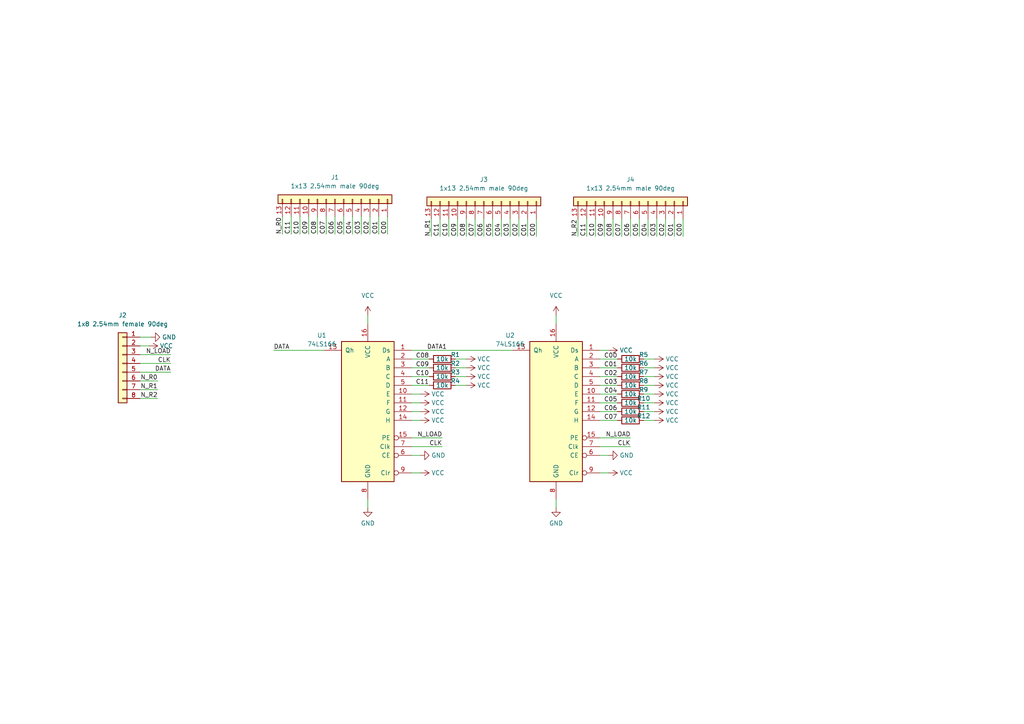
<source format=kicad_sch>
(kicad_sch (version 20211123) (generator eeschema)
  (paper "A4")
  (lib_symbols
    (symbol "74xx:74LS166" (pin_names (offset 1.016))
      (property "Reference" "U" (at -7.62 21.59 0))
      (property "Value" "74LS166" (at -7.62 -21.59 0))
      (symbol "74LS166_1_0"
        (pin input line (at -12.7 17.78 0) (length 5.08) (name "Ds") (number "1"))
        (pin input line (at -12.7 5.08 0) (length 5.08) (name "E") (number "10"))
        (pin input line (at -12.7 2.54 0) (length 5.08) (name "F") (number "11"))
        (pin input line (at -12.7 0 0) (length 5.08) (name "G") (number "12"))
        (pin output line (at 12.7 17.78 180) (length 5.08) (name "Qh") (number "13"))
        (pin input line (at -12.7 -2.54 0) (length 5.08) (name "H") (number "14"))
        (pin input inverted (at -12.7 -7.62 0) (length 5.08) (name "PE") (number "15"))
        (pin power_in line (at 0 25.4 270) (length 5.08) (name "VCC") (number "16"))
        (pin input line (at -12.7 15.24 0) (length 5.08) (name "A") (number "2"))
        (pin input line (at -12.7 12.7 0) (length 5.08) (name "B") (number "3"))
        (pin input line (at -12.7 10.16 0) (length 5.08) (name "C") (number "4"))
        (pin input line (at -12.7 7.62 0) (length 5.08) (name "D") (number "5"))
        (pin input inverted (at -12.7 -12.7 0) (length 5.08) (name "CE") (number "6"))
        (pin input line (at -12.7 -10.16 0) (length 5.08) (name "Clk") (number "7"))
        (pin power_in line (at 0 -25.4 90) (length 5.08) (name "GND") (number "8"))
        (pin input inverted (at -12.7 -17.78 0) (length 5.08) (name "Clr") (number "9"))
      )
      (symbol "74LS166_1_1"
        (rectangle (start -7.62 20.32) (end 7.62 -20.32) (stroke (width 0.254)) (fill (type background)))
      )
    )
    (symbol "Connector_Generic:Conn_01x08" (pin_names (offset 1.016) hide)
      (property "Reference" "J" (at 0 10.16 0))
      (property "Value" "Conn_01x08" (at 0 -12.7 0))
      (symbol "Conn_01x08_1_1"
        (rectangle (start -1.27 -10.033) (end 0 -10.287) (stroke (width 0.1524)))
        (rectangle (start -1.27 -7.493) (end 0 -7.747) (stroke (width 0.1524)))
        (rectangle (start -1.27 -4.953) (end 0 -5.207) (stroke (width 0.1524)))
        (rectangle (start -1.27 -2.413) (end 0 -2.667) (stroke (width 0.1524)))
        (rectangle (start -1.27 0.127) (end 0 -0.127) (stroke (width 0.1524)))
        (rectangle (start -1.27 2.667) (end 0 2.413) (stroke (width 0.1524)))
        (rectangle (start -1.27 5.207) (end 0 4.953) (stroke (width 0.1524)))
        (rectangle (start -1.27 7.747) (end 0 7.493) (stroke (width 0.1524)))
        (rectangle (start -1.27 8.89) (end 1.27 -11.43) (stroke (width 0.254)) (fill (type background)))
        (pin passive line (at -5.08 7.62 0) (length 3.81) (name "Pin_1") (number "1"))
        (pin passive line (at -5.08 5.08 0) (length 3.81) (name "Pin_2") (number "2"))
        (pin passive line (at -5.08 2.54 0) (length 3.81) (name "Pin_3") (number "3"))
        (pin passive line (at -5.08 0 0) (length 3.81) (name "Pin_4") (number "4"))
        (pin passive line (at -5.08 -2.54 0) (length 3.81) (name "Pin_5") (number "5"))
        (pin passive line (at -5.08 -5.08 0) (length 3.81) (name "Pin_6") (number "6"))
        (pin passive line (at -5.08 -7.62 0) (length 3.81) (name "Pin_7") (number "7"))
        (pin passive line (at -5.08 -10.16 0) (length 3.81) (name "Pin_8") (number "8"))
      )
    )
    (symbol "Connector_Generic:Conn_01x13" (pin_names (offset 1.016) hide)
      (property "Reference" "J" (at 0 17.78 0))
      (property "Value" "Conn_01x13" (at 0 -17.78 0))
      (symbol "Conn_01x13_1_1"
        (rectangle (start -1.27 -15.113) (end 0 -15.367) (stroke (width 0.1524)))
        (rectangle (start -1.27 -12.573) (end 0 -12.827) (stroke (width 0.1524)))
        (rectangle (start -1.27 -10.033) (end 0 -10.287) (stroke (width 0.1524)))
        (rectangle (start -1.27 -7.493) (end 0 -7.747) (stroke (width 0.1524)))
        (rectangle (start -1.27 -4.953) (end 0 -5.207) (stroke (width 0.1524)))
        (rectangle (start -1.27 -2.413) (end 0 -2.667) (stroke (width 0.1524)))
        (rectangle (start -1.27 0.127) (end 0 -0.127) (stroke (width 0.1524)))
        (rectangle (start -1.27 2.667) (end 0 2.413) (stroke (width 0.1524)))
        (rectangle (start -1.27 5.207) (end 0 4.953) (stroke (width 0.1524)))
        (rectangle (start -1.27 7.747) (end 0 7.493) (stroke (width 0.1524)))
        (rectangle (start -1.27 10.287) (end 0 10.033) (stroke (width 0.1524)))
        (rectangle (start -1.27 12.827) (end 0 12.573) (stroke (width 0.1524)))
        (rectangle (start -1.27 15.367) (end 0 15.113) (stroke (width 0.1524)))
        (rectangle (start -1.27 16.51) (end 1.27 -16.51) (stroke (width 0.254)) (fill (type background)))
        (pin passive line (at -5.08 15.24 0) (length 3.81) (name "Pin_1") (number "1"))
        (pin passive line (at -5.08 -7.62 0) (length 3.81) (name "Pin_10") (number "10"))
        (pin passive line (at -5.08 -10.16 0) (length 3.81) (name "Pin_11") (number "11"))
        (pin passive line (at -5.08 -12.7 0) (length 3.81) (name "Pin_12") (number "12"))
        (pin passive line (at -5.08 -15.24 0) (length 3.81) (name "Pin_13") (number "13"))
        (pin passive line (at -5.08 12.7 0) (length 3.81) (name "Pin_2") (number "2"))
        (pin passive line (at -5.08 10.16 0) (length 3.81) (name "Pin_3") (number "3"))
        (pin passive line (at -5.08 7.62 0) (length 3.81) (name "Pin_4") (number "4"))
        (pin passive line (at -5.08 5.08 0) (length 3.81) (name "Pin_5") (number "5"))
        (pin passive line (at -5.08 2.54 0) (length 3.81) (name "Pin_6") (number "6"))
        (pin passive line (at -5.08 0 0) (length 3.81) (name "Pin_7") (number "7"))
        (pin passive line (at -5.08 -2.54 0) (length 3.81) (name "Pin_8") (number "8"))
        (pin passive line (at -5.08 -5.08 0) (length 3.81) (name "Pin_9") (number "9"))
      )
    )
    (symbol "Device:R" (pin_numbers hide) (pin_names (offset 0))
      (property "Reference" "R" (at 2.032 0 90))
      (property "Value" "R" (at 0 0 90))
      (symbol "R_0_1"
        (rectangle (start -1.016 -2.54) (end 1.016 2.54) (stroke (width 0.254)))
      )
      (symbol "R_1_1"
        (pin passive line (at 0 3.81 270) (length 1.27) (name "~") (number "1"))
        (pin passive line (at 0 -3.81 90) (length 1.27) (name "~") (number "2"))
      )
    )
    (symbol "power:GND" (power) (pin_names (offset 0))
      (property "Value" "GND" (at 0 -3.81 0))
      (symbol "GND_0_1"
        (polyline (pts (xy 0 0) (xy 0 -1.27) (xy 1.27 -1.27) (xy 0 -2.54) (xy -1.27 -1.27) (xy 0 -1.27)))
      )
      (symbol "GND_1_1"
        (pin power_in line (at 0 0 270) (length 0) hide (name "GND") (number "1"))
      )
    )
    (symbol "power:VCC" (power) (pin_names (offset 0))
      (property "Value" "VCC" (at 0 3.81 0))
      (symbol "VCC_0_1"
        (polyline (pts (xy -0.762 1.27) (xy 0 2.54)))
        (polyline (pts (xy 0 0) (xy 0 2.54)))
        (polyline (pts (xy 0 2.54) (xy 0.762 1.27)))
      )
      (symbol "VCC_1_1"
        (pin power_in line (at 0 0 90) (length 0) hide (name "VCC") (number "1"))
      )
    )
  )
  (wire (pts (xy 109.855 62.865) (xy 109.855 67.945)))
  (wire (pts (xy 182.88 129.54) (xy 173.99 129.54)))
  (wire (pts (xy 121.92 116.84) (xy 119.38 116.84)))
  (wire (pts (xy 40.64 97.79) (xy 43.815 97.79)))
  (wire (pts (xy 161.29 144.78) (xy 161.29 147.32)))
  (wire (pts (xy 132.08 104.14) (xy 135.255 104.14)))
  (wire (pts (xy 132.08 106.68) (xy 135.255 106.68)))
  (wire (pts (xy 94.615 62.865) (xy 94.615 67.945)))
  (wire (pts (xy 180.34 63.5) (xy 180.34 68.58)))
  (wire (pts (xy 198.12 63.5) (xy 198.12 68.58)))
  (wire (pts (xy 190.5 63.5) (xy 190.5 68.58)))
  (wire (pts (xy 170.18 63.5) (xy 170.18 68.58)))
  (wire (pts (xy 104.775 62.865) (xy 104.775 67.945)))
  (wire (pts (xy 140.335 63.5) (xy 140.335 68.58)))
  (wire (pts (xy 121.92 119.38) (xy 119.38 119.38)))
  (wire (pts (xy 186.69 116.84) (xy 189.865 116.84)))
  (wire (pts (xy 121.92 121.92) (xy 119.38 121.92)))
  (wire (pts (xy 132.715 63.5) (xy 132.715 68.58)))
  (wire (pts (xy 89.535 62.865) (xy 89.535 67.945)))
  (wire (pts (xy 128.27 129.54) (xy 119.38 129.54)))
  (wire (pts (xy 121.92 132.08) (xy 119.38 132.08)))
  (wire (pts (xy 137.795 63.5) (xy 137.795 68.58)))
  (wire (pts (xy 186.69 119.38) (xy 189.865 119.38)))
  (wire (pts (xy 142.875 63.5) (xy 142.875 68.58)))
  (wire (pts (xy 84.455 62.865) (xy 84.455 67.945)))
  (wire (pts (xy 119.38 111.76) (xy 124.46 111.76)))
  (wire (pts (xy 106.68 144.78) (xy 106.68 147.32)))
  (wire (pts (xy 195.58 63.5) (xy 195.58 68.58)))
  (wire (pts (xy 173.99 106.68) (xy 179.07 106.68)))
  (wire (pts (xy 119.38 104.14) (xy 124.46 104.14)))
  (wire (pts (xy 173.99 119.38) (xy 179.07 119.38)))
  (wire (pts (xy 182.88 127) (xy 173.99 127)))
  (wire (pts (xy 49.53 102.87) (xy 40.64 102.87)))
  (wire (pts (xy 102.235 62.865) (xy 102.235 67.945)))
  (wire (pts (xy 153.035 63.5) (xy 153.035 68.58)))
  (wire (pts (xy 145.415 63.5) (xy 145.415 68.58)))
  (wire (pts (xy 97.155 62.865) (xy 97.155 67.945)))
  (wire (pts (xy 132.08 109.22) (xy 135.255 109.22)))
  (wire (pts (xy 99.695 62.865) (xy 99.695 67.945)))
  (wire (pts (xy 173.99 104.14) (xy 179.07 104.14)))
  (wire (pts (xy 186.69 111.76) (xy 189.865 111.76)))
  (wire (pts (xy 173.99 114.3) (xy 179.07 114.3)))
  (wire (pts (xy 186.69 109.22) (xy 189.865 109.22)))
  (wire (pts (xy 132.08 111.76) (xy 135.255 111.76)))
  (wire (pts (xy 119.38 106.68) (xy 124.46 106.68)))
  (wire (pts (xy 150.495 63.5) (xy 150.495 68.58)))
  (wire (pts (xy 119.38 101.6) (xy 148.59 101.6)))
  (wire (pts (xy 176.53 132.08) (xy 173.99 132.08)))
  (wire (pts (xy 125.095 63.5) (xy 125.095 68.58)))
  (wire (pts (xy 119.38 109.22) (xy 124.46 109.22)))
  (wire (pts (xy 161.29 91.44) (xy 161.29 93.98)))
  (wire (pts (xy 40.64 115.57) (xy 45.72 115.57)))
  (wire (pts (xy 130.175 63.5) (xy 130.175 68.58)))
  (wire (pts (xy 172.72 63.5) (xy 172.72 68.58)))
  (wire (pts (xy 186.69 106.68) (xy 189.865 106.68)))
  (wire (pts (xy 121.92 114.3) (xy 119.38 114.3)))
  (wire (pts (xy 40.64 113.03) (xy 45.72 113.03)))
  (wire (pts (xy 107.315 62.865) (xy 107.315 67.945)))
  (wire (pts (xy 182.88 63.5) (xy 182.88 68.58)))
  (wire (pts (xy 128.27 127) (xy 119.38 127)))
  (wire (pts (xy 187.96 63.5) (xy 187.96 68.58)))
  (wire (pts (xy 175.26 63.5) (xy 175.26 68.58)))
  (wire (pts (xy 121.92 137.16) (xy 119.38 137.16)))
  (wire (pts (xy 86.995 62.865) (xy 86.995 67.945)))
  (wire (pts (xy 43.18 100.33) (xy 40.64 100.33)))
  (wire (pts (xy 106.68 91.44) (xy 106.68 93.98)))
  (wire (pts (xy 49.53 105.41) (xy 40.64 105.41)))
  (wire (pts (xy 93.98 101.6) (xy 79.375 101.6)))
  (wire (pts (xy 177.8 63.5) (xy 177.8 68.58)))
  (wire (pts (xy 173.99 109.22) (xy 179.07 109.22)))
  (wire (pts (xy 173.99 121.92) (xy 179.07 121.92)))
  (wire (pts (xy 127.635 63.5) (xy 127.635 68.58)))
  (wire (pts (xy 147.955 63.5) (xy 147.955 68.58)))
  (wire (pts (xy 176.53 101.6) (xy 173.99 101.6)))
  (wire (pts (xy 193.04 63.5) (xy 193.04 68.58)))
  (wire (pts (xy 155.575 63.5) (xy 155.575 68.58)))
  (wire (pts (xy 186.69 114.3) (xy 189.865 114.3)))
  (wire (pts (xy 173.99 116.84) (xy 179.07 116.84)))
  (wire (pts (xy 49.53 107.95) (xy 40.64 107.95)))
  (wire (pts (xy 186.69 121.92) (xy 189.865 121.92)))
  (wire (pts (xy 40.64 110.49) (xy 45.72 110.49)))
  (wire (pts (xy 176.53 137.16) (xy 173.99 137.16)))
  (wire (pts (xy 92.075 62.865) (xy 92.075 67.945)))
  (wire (pts (xy 135.255 63.5) (xy 135.255 68.58)))
  (wire (pts (xy 186.69 104.14) (xy 189.865 104.14)))
  (wire (pts (xy 185.42 63.5) (xy 185.42 68.58)))
  (wire (pts (xy 81.915 62.865) (xy 81.915 67.945)))
  (wire (pts (xy 112.395 62.865) (xy 112.395 67.945)))
  (wire (pts (xy 167.64 63.5) (xy 167.64 68.58)))
  (wire (pts (xy 173.99 111.76) (xy 179.07 111.76)))
  (label "C07" (at 94.615 67.945 90))
  (label "C11" (at 84.455 67.945 90))
  (label "C03" (at 147.955 68.58 90))
  (label "C05" (at 142.875 68.58 90))
  (label "C07" (at 180.34 68.58 90))
  (label "C06" (at 140.335 68.58 90))
  (label "CLK" (at 128.27 129.54 180))
  (label "N_R1" (at 45.72 113.03 180))
  (label "C00" (at 155.575 68.58 90))
  (label "C04" (at 187.96 68.58 90))
  (label "C09" (at 132.715 68.58 90))
  (label "C03" (at 190.5 68.58 90))
  (label "DATA1" (at 123.825 101.6 0))
  (label "DATA" (at 79.375 101.6 0))
  (label "C08" (at 124.46 104.14 180))
  (label "C02" (at 107.315 67.945 90))
  (label "CLK" (at 182.88 129.54 180))
  (label "C05" (at 99.695 67.945 90))
  (label "C00" (at 179.07 104.14 180))
  (label "C02" (at 150.495 68.58 90))
  (label "C01" (at 109.855 67.945 90))
  (label "C04" (at 145.415 68.58 90))
  (label "C09" (at 89.535 67.945 90))
  (label "C11" (at 127.635 68.58 90))
  (label "N_R0" (at 45.72 110.49 180))
  (label "N_R2" (at 167.64 68.58 90))
  (label "C10" (at 124.46 109.22 180))
  (label "C03" (at 179.07 111.76 180))
  (label "C00" (at 198.12 68.58 90))
  (label "C02" (at 193.04 68.58 90))
  (label "C09" (at 175.26 68.58 90))
  (label "C04" (at 102.235 67.945 90))
  (label "DATA" (at 49.53 107.95 180))
  (label "C08" (at 177.8 68.58 90))
  (label "C03" (at 104.775 67.945 90))
  (label "C10" (at 172.72 68.58 90))
  (label "N_R1" (at 125.095 68.58 90))
  (label "C10" (at 130.175 68.58 90))
  (label "C11" (at 170.18 68.58 90))
  (label "C08" (at 135.255 68.58 90))
  (label "C01" (at 179.07 106.68 180))
  (label "C05" (at 179.07 116.84 180))
  (label "C05" (at 185.42 68.58 90))
  (label "C10" (at 86.995 67.945 90))
  (label "C07" (at 179.07 121.92 180))
  (label "CLK" (at 49.53 105.41 180))
  (label "C08" (at 92.075 67.945 90))
  (label "C11" (at 124.46 111.76 180))
  (label "N_LOAD" (at 182.88 127 180))
  (label "N_LOAD" (at 128.27 127 180))
  (label "C01" (at 153.035 68.58 90))
  (label "N_R2" (at 45.72 115.57 180))
  (label "C04" (at 179.07 114.3 180))
  (label "C02" (at 179.07 109.22 180))
  (label "C06" (at 182.88 68.58 90))
  (label "N_LOAD" (at 49.53 102.87 180))
  (label "N_R0" (at 81.915 67.945 90))
  (label "C09" (at 124.46 106.68 180))
  (label "C01" (at 195.58 68.58 90))
  (label "C07" (at 137.795 68.58 90))
  (label "C06" (at 97.155 67.945 90))
  (label "C00" (at 112.395 67.945 90))
  (label "C06" (at 179.07 119.38 180))
  (symbol (lib_id "power:VCC") (at 121.92 121.92 270) (mirror x) (unit 1)
    (property "Reference" "#PWR08" (effects hide))
    (property "Value" "VCC" (at 125.095 121.9199 90) (effects (justify left)))
  )
  (symbol (lib_id "Device:R") (at 182.88 114.3 270) (mirror x) (unit 1)
    (property "Reference" "R9" (at 186.69 113.03 90))
    (property "Value" "10k" (at 182.88 114.3 90))
    (property "Footprint" "For_Rasterboard:R_Axial_DIN0207_L6.3mm_D2.5mm_P7.62mm_Horizontal" (effects hide))
  )
  (symbol (lib_id "Device:R") (at 128.27 109.22 270) (mirror x) (unit 1)
    (property "Reference" "R3" (at 132.08 107.95 90))
    (property "Value" "10k" (at 128.27 109.22 90))
    (property "Footprint" "For_Rasterboard:R_Axial_DIN0207_L6.3mm_D2.5mm_P7.62mm_Horizontal" (effects hide))
  )
  (symbol (lib_id "Device:R") (at 128.27 104.14 270) (mirror x) (unit 1)
    (property "Reference" "R1" (at 132.08 102.87 90))
    (property "Value" "10k" (at 128.27 104.14 90))
    (property "Footprint" "For_Rasterboard:R_Axial_DIN0207_L6.3mm_D2.5mm_P7.62mm_Horizontal" (effects hide))
  )
  (symbol (lib_id "power:GND") (at 161.29 147.32 0) (mirror y) (unit 1)
    (property "Reference" "#PWR016" (effects hide))
    (property "Value" "GND" (at 161.29 151.765 0))
  )
  (symbol (lib_id "power:GND") (at 121.92 132.08 90) (unit 1)
    (property "Reference" "#PWR0102" (effects hide))
    (property "Value" "GND" (at 125.095 132.0799 90) (effects (justify right)))
  )
  (symbol (lib_id "power:VCC") (at 43.18 100.33 270) (mirror x) (unit 1)
    (property "Reference" "#PWR01" (effects hide))
    (property "Value" "VCC" (at 46.355 100.3299 90) (effects (justify left)))
  )
  (symbol (lib_id "Device:R") (at 182.88 106.68 270) (mirror x) (unit 1)
    (property "Reference" "R6" (at 186.69 105.41 90))
    (property "Value" "10k" (at 182.88 106.68 90))
    (property "Footprint" "For_Rasterboard:R_Axial_DIN0207_L6.3mm_D2.5mm_P7.62mm_Horizontal" (effects hide))
  )
  (symbol (lib_id "power:VCC") (at 135.255 109.22 270) (mirror x) (unit 1)
    (property "Reference" "#PWR?" (effects hide))
    (property "Value" "VCC" (at 138.43 109.2199 90) (effects (justify left)))
  )
  (symbol (lib_id "power:VCC") (at 189.865 116.84 270) (mirror x) (unit 1)
    (property "Reference" "#PWR?" (effects hide))
    (property "Value" "VCC" (at 193.04 116.8399 90) (effects (justify left)))
  )
  (symbol (lib_id "Device:R") (at 182.88 116.84 270) (mirror x) (unit 1)
    (property "Reference" "R10" (at 186.69 115.57 90))
    (property "Value" "10k" (at 182.88 116.84 90))
    (property "Footprint" "For_Rasterboard:R_Axial_DIN0207_L6.3mm_D2.5mm_P7.62mm_Horizontal" (effects hide))
  )
  (symbol (lib_id "power:VCC") (at 176.53 101.6 270) (mirror x) (unit 1)
    (property "Reference" "#PWR017" (effects hide))
    (property "Value" "VCC" (at 179.705 101.5999 90) (effects (justify left)))
  )
  (symbol (lib_id "Device:R") (at 182.88 119.38 270) (mirror x) (unit 1)
    (property "Reference" "R11" (at 186.69 118.11 90))
    (property "Value" "10k" (at 182.88 119.38 90))
    (property "Footprint" "For_Rasterboard:R_Axial_DIN0207_L6.3mm_D2.5mm_P7.62mm_Horizontal" (effects hide))
  )
  (symbol (lib_id "power:VCC") (at 121.92 119.38 270) (mirror x) (unit 1)
    (property "Reference" "#PWR07" (effects hide))
    (property "Value" "VCC" (at 125.095 119.3799 90) (effects (justify left)))
  )
  (symbol (lib_id "74xx:74LS166") (at 106.68 119.38 0) (mirror y) (unit 1)
    (property "Reference" "U1" (at 93.345 97.2693 0))
    (property "Value" "74LS166" (at 93.345 99.8093 0))
    (property "Footprint" "Package_DIP:DIP-16_W7.62mm" (effects hide))
    (property "Datasheet" "http://www.ti.com/lit/gpn/sn74LS166" (effects hide))
  )
  (symbol (lib_id "Device:R") (at 182.88 104.14 270) (mirror x) (unit 1)
    (property "Reference" "R5" (at 186.69 102.87 90))
    (property "Value" "10k" (at 182.88 104.14 90))
    (property "Footprint" "For_Rasterboard:R_Axial_DIN0207_L6.3mm_D2.5mm_P7.62mm_Horizontal" (effects hide))
  )
  (symbol (lib_id "power:VCC") (at 189.865 109.22 270) (mirror x) (unit 1)
    (property "Reference" "#PWR?" (effects hide))
    (property "Value" "VCC" (at 193.04 109.2199 90) (effects (justify left)))
  )
  (symbol (lib_id "power:GND") (at 176.53 132.08 90) (unit 1)
    (property "Reference" "#PWR0101" (effects hide))
    (property "Value" "GND" (at 179.705 132.0799 90) (effects (justify right)))
  )
  (symbol (lib_id "Device:R") (at 182.88 121.92 270) (mirror x) (unit 1)
    (property "Reference" "R12" (at 186.69 120.65 90))
    (property "Value" "10k" (at 182.88 121.92 90))
    (property "Footprint" "For_Rasterboard:R_Axial_DIN0207_L6.3mm_D2.5mm_P7.62mm_Horizontal" (effects hide))
  )
  (symbol (lib_id "Connector_Generic:Conn_01x13") (at 182.88 58.42 270) (mirror x) (unit 1)
    (property "Reference" "J4" (at 182.88 52.07 90))
    (property "Value" "1x13 2.54mm male 90deg" (at 182.88 54.61 90))
    (property "Footprint" "For_Rasterboard:SW_Rot_1x12_Daughterbrd_Conn" (effects hide))
  )
  (symbol (lib_id "power:VCC") (at 189.865 104.14 270) (mirror x) (unit 1)
    (property "Reference" "#PWR?" (effects hide))
    (property "Value" "VCC" (at 193.04 104.1399 90) (effects (justify left)))
  )
  (symbol (lib_id "Device:R") (at 128.27 111.76 270) (mirror x) (unit 1)
    (property "Reference" "R4" (at 132.08 110.49 90))
    (property "Value" "10k" (at 128.27 111.76 90))
    (property "Footprint" "For_Rasterboard:R_Axial_DIN0207_L6.3mm_D2.5mm_P7.62mm_Horizontal" (effects hide))
  )
  (symbol (lib_id "power:VCC") (at 189.865 114.3 270) (mirror x) (unit 1)
    (property "Reference" "#PWR?" (effects hide))
    (property "Value" "VCC" (at 193.04 114.2999 90) (effects (justify left)))
  )
  (symbol (lib_id "power:GND") (at 43.815 97.79 90) (unit 1)
    (property "Reference" "#PWR02" (effects hide))
    (property "Value" "GND" (at 46.99 97.7899 90) (effects (justify right)))
  )
  (symbol (lib_id "power:VCC") (at 121.92 137.16 270) (mirror x) (unit 1)
    (property "Reference" "#PWR010" (effects hide))
    (property "Value" "VCC" (at 125.095 137.1599 90) (effects (justify left)))
  )
  (symbol (lib_id "power:VCC") (at 121.92 116.84 270) (mirror x) (unit 1)
    (property "Reference" "#PWR06" (effects hide))
    (property "Value" "VCC" (at 125.095 116.8399 90) (effects (justify left)))
  )
  (symbol (lib_id "power:VCC") (at 189.865 121.92 270) (mirror x) (unit 1)
    (property "Reference" "#PWR?" (effects hide))
    (property "Value" "VCC" (at 193.04 121.9199 90) (effects (justify left)))
  )
  (symbol (lib_id "power:VCC") (at 135.255 104.14 270) (mirror x) (unit 1)
    (property "Reference" "#PWR?" (effects hide))
    (property "Value" "VCC" (at 138.43 104.1399 90) (effects (justify left)))
  )
  (symbol (lib_id "power:VCC") (at 106.68 91.44 0) (mirror y) (unit 1)
    (property "Reference" "#PWR03" (effects hide))
    (property "Value" "VCC" (at 106.68 85.725 0))
  )
  (symbol (lib_id "74xx:74LS166") (at 161.29 119.38 0) (mirror y) (unit 1)
    (property "Reference" "U2" (at 147.955 97.2693 0))
    (property "Value" "74LS166" (at 147.955 99.8093 0))
    (property "Footprint" "Package_DIP:DIP-16_W7.62mm" (effects hide))
    (property "Datasheet" "http://www.ti.com/lit/gpn/sn74LS166" (effects hide))
  )
  (symbol (lib_id "power:VCC") (at 135.255 111.76 270) (mirror x) (unit 1)
    (property "Reference" "#PWR?" (effects hide))
    (property "Value" "VCC" (at 138.43 111.7599 90) (effects (justify left)))
  )
  (symbol (lib_id "power:GND") (at 106.68 147.32 0) (mirror y) (unit 1)
    (property "Reference" "#PWR04" (effects hide))
    (property "Value" "GND" (at 106.68 151.765 0))
  )
  (symbol (lib_id "Connector_Generic:Conn_01x08") (at 35.56 105.41 0) (mirror y) (unit 1)
    (property "Reference" "J2" (at 35.56 91.44 0))
    (property "Value" "1x8 2.54mm female 90deg" (at 35.56 93.98 0))
    (property "Footprint" "Connector_PinSocket_2.54mm:PinSocket_1x08_P2.54mm_Horizontal" (effects hide))
  )
  (symbol (lib_id "Connector_Generic:Conn_01x13") (at 97.155 57.785 270) (mirror x) (unit 1)
    (property "Reference" "J1" (at 97.155 51.435 90))
    (property "Value" "1x13 2.54mm male 90deg" (at 97.155 53.975 90))
    (property "Footprint" "For_Rasterboard:SW_Rot_1x12_Daughterbrd_Conn" (effects hide))
  )
  (symbol (lib_id "power:VCC") (at 189.865 119.38 270) (mirror x) (unit 1)
    (property "Reference" "#PWR?" (effects hide))
    (property "Value" "VCC" (at 193.04 119.3799 90) (effects (justify left)))
  )
  (symbol (lib_id "Device:R") (at 182.88 111.76 270) (mirror x) (unit 1)
    (property "Reference" "R8" (at 186.69 110.49 90))
    (property "Value" "10k" (at 182.88 111.76 90))
    (property "Footprint" "For_Rasterboard:R_Axial_DIN0207_L6.3mm_D2.5mm_P7.62mm_Horizontal" (effects hide))
  )
  (symbol (lib_id "Connector_Generic:Conn_01x13") (at 140.335 58.42 270) (mirror x) (unit 1)
    (property "Reference" "J3" (at 140.335 52.07 90))
    (property "Value" "1x13 2.54mm male 90deg" (at 140.335 54.61 90))
    (property "Footprint" "For_Rasterboard:SW_Rot_1x12_Daughterbrd_Conn" (effects hide))
  )
  (symbol (lib_id "power:VCC") (at 161.29 91.44 0) (mirror y) (unit 1)
    (property "Reference" "#PWR015" (effects hide))
    (property "Value" "VCC" (at 161.29 85.725 0))
  )
  (symbol (lib_id "power:VCC") (at 176.53 137.16 270) (mirror x) (unit 1)
    (property "Reference" "#PWR019" (effects hide))
    (property "Value" "VCC" (at 179.705 137.1599 90) (effects (justify left)))
  )
  (symbol (lib_id "power:VCC") (at 121.92 114.3 270) (mirror x) (unit 1)
    (property "Reference" "#PWR05" (effects hide))
    (property "Value" "VCC" (at 125.095 114.2999 90) (effects (justify left)))
  )
  (symbol (lib_id "power:VCC") (at 135.255 106.68 270) (mirror x) (unit 1)
    (property "Reference" "#PWR?" (effects hide))
    (property "Value" "VCC" (at 138.43 106.6799 90) (effects (justify left)))
  )
  (symbol (lib_id "power:VCC") (at 189.865 106.68 270) (mirror x) (unit 1)
    (property "Reference" "#PWR?" (effects hide))
    (property "Value" "VCC" (at 193.04 106.6799 90) (effects (justify left)))
  )
  (symbol (lib_id "Device:R") (at 128.27 106.68 270) (mirror x) (unit 1)
    (property "Reference" "R2" (at 132.08 105.41 90))
    (property "Value" "10k" (at 128.27 106.68 90))
    (property "Footprint" "For_Rasterboard:R_Axial_DIN0207_L6.3mm_D2.5mm_P7.62mm_Horizontal" (effects hide))
  )
  (symbol (lib_id "power:VCC") (at 189.865 111.76 270) (mirror x) (unit 1)
    (property "Reference" "#PWR?" (effects hide))
    (property "Value" "VCC" (at 193.04 111.7599 90) (effects (justify left)))
  )
  (symbol (lib_id "Device:R") (at 182.88 109.22 270) (mirror x) (unit 1)
    (property "Reference" "R7" (at 186.69 107.95 90))
    (property "Value" "10k" (at 182.88 109.22 90))
    (property "Footprint" "For_Rasterboard:R_Axial_DIN0207_L6.3mm_D2.5mm_P7.62mm_Horizontal" (effects hide))
  )
)
</source>
